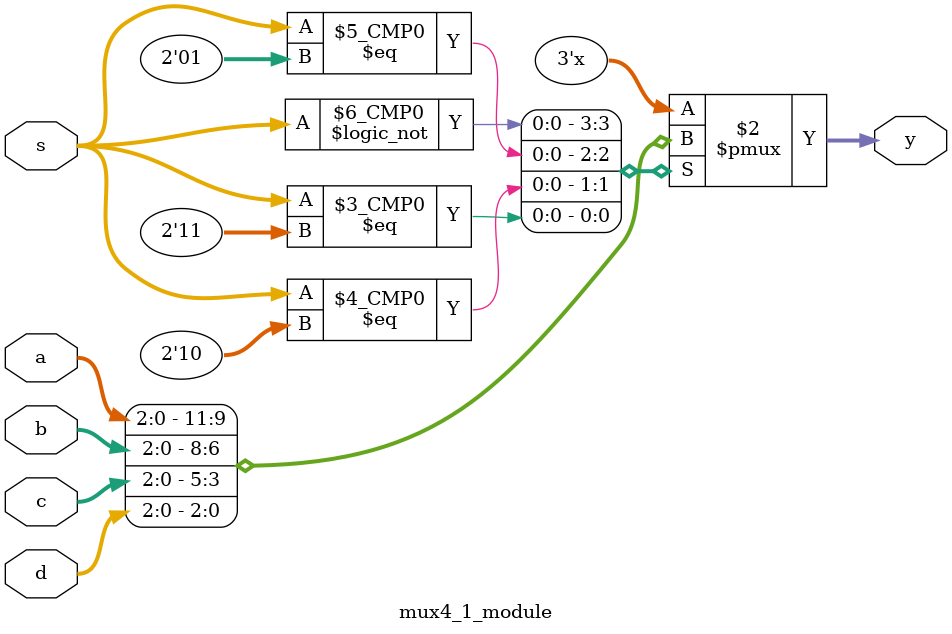
<source format=v>
module mux4_1_module(input [2:0] a,
                     input [2:0] b,
                     input [2:0] c,
                     input [2:0] d,
                     input [1:0] s,
                     output reg [2:0] y);
    always @(*) begin
        case (s)
            0: y = a;
            1: y = b;
            2: y = c;
            3: y = d;
            default: y = 4'bx;
        endcase
    end
endmodule
</source>
